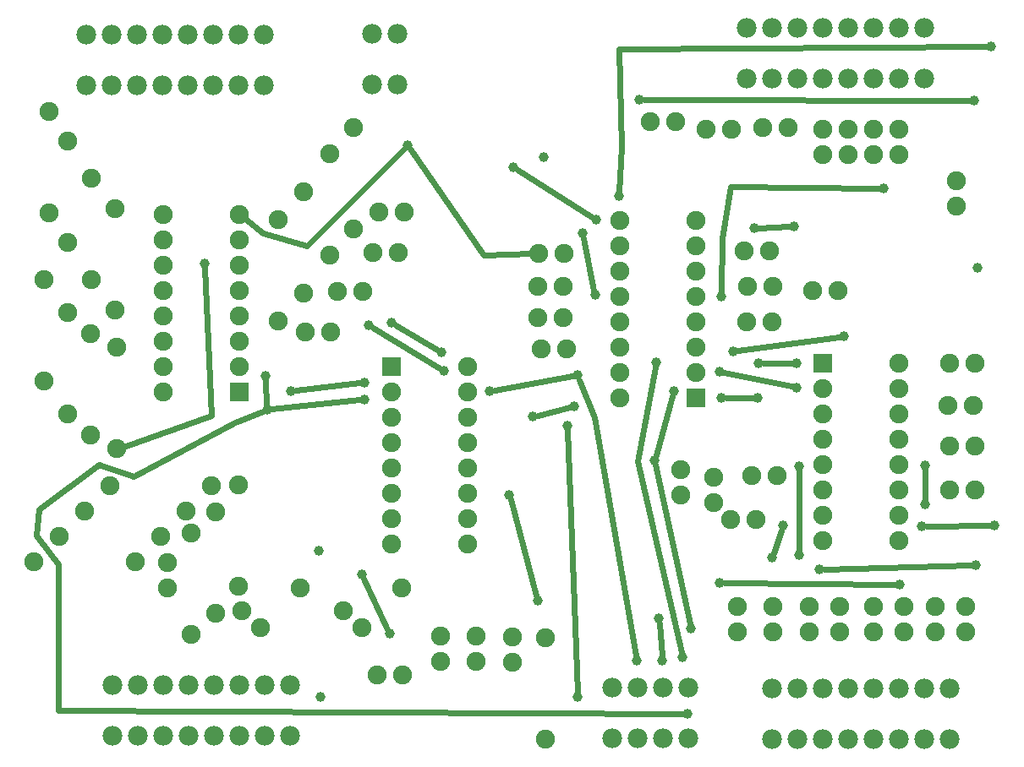
<source format=gtl>
G04 MADE WITH FRITZING*
G04 WWW.FRITZING.ORG*
G04 DOUBLE SIDED*
G04 HOLES PLATED*
G04 CONTOUR ON CENTER OF CONTOUR VECTOR*
%ASAXBY*%
%FSLAX23Y23*%
%MOIN*%
%OFA0B0*%
%SFA1.0B1.0*%
%ADD10C,0.039370*%
%ADD11C,0.075000*%
%ADD12C,0.078000*%
%ADD13R,0.075000X0.075000*%
%ADD14C,0.024000*%
%LNCOPPER1*%
G90*
G70*
G54D10*
X1197Y380D03*
X1190Y957D03*
X1360Y863D03*
X1470Y630D03*
X2285Y2263D03*
X1958Y2472D03*
X1389Y1847D03*
X1082Y1588D03*
X1371Y1621D03*
X1684Y1667D03*
X1675Y1739D03*
X1371Y1555D03*
X1479Y1856D03*
X1541Y2558D03*
X741Y2092D03*
X1942Y1178D03*
X2054Y760D03*
X2522Y1701D03*
X2591Y1586D03*
X2658Y652D03*
X2624Y538D03*
X2544Y524D03*
X2532Y690D03*
X2446Y524D03*
X2211Y1650D03*
X2515Y1315D03*
X2199Y1528D03*
X2034Y1488D03*
X1866Y1586D03*
X2644Y314D03*
X980Y1646D03*
X987Y1514D03*
X2171Y1452D03*
X2211Y381D03*
X2280Y1967D03*
X2778Y1962D03*
X2907Y2229D03*
X3063Y2237D03*
X3418Y2386D03*
X2232Y2209D03*
X3166Y885D03*
X2078Y2512D03*
X3774Y2735D03*
X3840Y2948D03*
X2373Y2356D03*
X2454Y2737D03*
X3787Y2075D03*
X3073Y1602D03*
X2770Y1664D03*
X3073Y1697D03*
X2823Y1744D03*
X2778Y1560D03*
X2921Y1560D03*
X2926Y1697D03*
X3260Y1805D03*
X3084Y1292D03*
X3580Y1295D03*
X3083Y940D03*
X3582Y1141D03*
X3781Y900D03*
X3021Y1056D03*
X2979Y930D03*
X3569Y1054D03*
X3855Y1058D03*
X3482Y824D03*
X2771Y829D03*
G54D11*
X1478Y1684D03*
X1778Y1684D03*
X1478Y1584D03*
X1778Y1584D03*
X1478Y1484D03*
X1778Y1484D03*
X1478Y1384D03*
X1778Y1384D03*
X1478Y1284D03*
X1778Y1284D03*
X1478Y1184D03*
X1778Y1184D03*
X1478Y1084D03*
X1778Y1084D03*
X1478Y984D03*
X1778Y984D03*
X3178Y1697D03*
X3478Y1697D03*
X3178Y1597D03*
X3478Y1597D03*
X3178Y1497D03*
X3478Y1497D03*
X3178Y1397D03*
X3478Y1397D03*
X3178Y1297D03*
X3478Y1297D03*
X3178Y1197D03*
X3478Y1197D03*
X3178Y1097D03*
X3478Y1097D03*
X3178Y997D03*
X3478Y997D03*
X2678Y1562D03*
X2378Y1562D03*
X2678Y1662D03*
X2378Y1662D03*
X2678Y1762D03*
X2378Y1762D03*
X2678Y1862D03*
X2378Y1862D03*
X2678Y1962D03*
X2378Y1962D03*
X2678Y2062D03*
X2378Y2062D03*
X2678Y2162D03*
X2378Y2162D03*
X2678Y2262D03*
X2378Y2262D03*
X878Y1584D03*
X578Y1584D03*
X878Y1684D03*
X578Y1684D03*
X878Y1784D03*
X578Y1784D03*
X878Y1884D03*
X578Y1884D03*
X878Y1984D03*
X578Y1984D03*
X878Y2084D03*
X578Y2084D03*
X878Y2184D03*
X578Y2184D03*
X878Y2284D03*
X578Y2284D03*
G54D12*
X2347Y216D03*
X2447Y216D03*
X2547Y216D03*
X2647Y216D03*
X2347Y416D03*
X2447Y416D03*
X2547Y416D03*
X2647Y416D03*
X1502Y2796D03*
X1402Y2796D03*
X1502Y2996D03*
X1402Y2996D03*
X378Y427D03*
X478Y427D03*
X578Y427D03*
X678Y427D03*
X778Y427D03*
X878Y427D03*
X978Y427D03*
X1078Y427D03*
X2978Y215D03*
X3078Y215D03*
X3178Y215D03*
X3278Y215D03*
X3378Y215D03*
X3478Y215D03*
X3578Y215D03*
X3678Y215D03*
X3578Y3020D03*
X3478Y3020D03*
X3378Y3020D03*
X3278Y3020D03*
X3178Y3020D03*
X3078Y3020D03*
X2978Y3020D03*
X2878Y3020D03*
X974Y2793D03*
X874Y2793D03*
X774Y2793D03*
X674Y2793D03*
X574Y2793D03*
X474Y2793D03*
X374Y2793D03*
X274Y2793D03*
X378Y227D03*
X478Y227D03*
X578Y227D03*
X678Y227D03*
X778Y227D03*
X878Y227D03*
X978Y227D03*
X1078Y227D03*
X2978Y415D03*
X3078Y415D03*
X3178Y415D03*
X3278Y415D03*
X3378Y415D03*
X3478Y415D03*
X3578Y415D03*
X3678Y415D03*
X3578Y2820D03*
X3478Y2820D03*
X3378Y2820D03*
X3278Y2820D03*
X3178Y2820D03*
X3078Y2820D03*
X2978Y2820D03*
X2878Y2820D03*
X974Y2993D03*
X874Y2993D03*
X774Y2993D03*
X674Y2993D03*
X574Y2993D03*
X474Y2993D03*
X374Y2993D03*
X274Y2993D03*
G54D11*
X2086Y214D03*
X2086Y614D03*
X960Y654D03*
X1360Y654D03*
X887Y722D03*
X1287Y722D03*
X68Y915D03*
X468Y915D03*
X168Y1015D03*
X568Y1015D03*
X368Y1215D03*
X768Y1215D03*
X1117Y811D03*
X1517Y811D03*
X268Y1115D03*
X668Y1115D03*
X3125Y636D03*
X3125Y736D03*
X3620Y636D03*
X3620Y736D03*
X3378Y636D03*
X3378Y736D03*
X2982Y636D03*
X2982Y736D03*
X3499Y636D03*
X3499Y736D03*
X3741Y636D03*
X3741Y736D03*
X2840Y636D03*
X2840Y736D03*
X3246Y636D03*
X3246Y736D03*
X3278Y2620D03*
X3278Y2520D03*
X3478Y2620D03*
X3478Y2520D03*
X3706Y2418D03*
X3706Y2318D03*
X3378Y2620D03*
X3378Y2520D03*
X3178Y2620D03*
X3178Y2520D03*
X3042Y2627D03*
X2942Y2627D03*
X2817Y2620D03*
X2717Y2620D03*
X2597Y2649D03*
X2497Y2649D03*
X1327Y2628D03*
X1327Y2228D03*
X1234Y2525D03*
X1234Y2125D03*
X1132Y2373D03*
X1132Y1973D03*
X1030Y2263D03*
X1030Y1863D03*
X389Y2307D03*
X389Y1907D03*
X296Y2427D03*
X296Y2027D03*
X202Y2575D03*
X202Y2175D03*
X127Y2692D03*
X127Y2292D03*
X783Y1111D03*
X783Y711D03*
X687Y1026D03*
X687Y626D03*
X594Y911D03*
X594Y811D03*
X1811Y621D03*
X1811Y521D03*
X1420Y468D03*
X1520Y468D03*
X1672Y621D03*
X1672Y521D03*
X876Y1218D03*
X876Y818D03*
X1955Y617D03*
X1955Y517D03*
X3678Y1369D03*
X3778Y1369D03*
X2747Y1247D03*
X2747Y1147D03*
X3671Y1532D03*
X3771Y1532D03*
X2618Y1278D03*
X2618Y1178D03*
X2998Y1254D03*
X2898Y1254D03*
X3678Y1696D03*
X3778Y1696D03*
X2914Y1082D03*
X2814Y1082D03*
X3678Y1197D03*
X3778Y1197D03*
X2869Y2140D03*
X2969Y2140D03*
X2156Y2000D03*
X2056Y2000D03*
X2167Y1753D03*
X2067Y1753D03*
X2878Y1862D03*
X2978Y1862D03*
X2880Y2002D03*
X2980Y2002D03*
X3237Y1983D03*
X3137Y1983D03*
X2153Y1878D03*
X2053Y1878D03*
X2159Y2132D03*
X2059Y2132D03*
X1264Y1982D03*
X1364Y1982D03*
X1429Y2294D03*
X1529Y2294D03*
X1404Y2133D03*
X1504Y2133D03*
X1138Y1820D03*
X1238Y1820D03*
X394Y1759D03*
X394Y1359D03*
X292Y1813D03*
X292Y1413D03*
X202Y1898D03*
X202Y1498D03*
X107Y2028D03*
X107Y1628D03*
G54D13*
X1478Y1684D03*
X3178Y1697D03*
X2678Y1562D03*
X878Y1584D03*
G54D14*
X862Y1465D02*
X970Y1507D01*
D02*
X2269Y2274D02*
X1974Y2462D01*
D02*
X1462Y647D02*
X1368Y846D01*
D02*
X767Y1491D02*
X742Y2073D01*
D02*
X421Y1368D02*
X767Y1491D01*
D02*
X1352Y1553D02*
X1006Y1516D01*
D02*
X1658Y1749D02*
X1495Y1846D01*
D02*
X1405Y1837D02*
X1667Y1676D01*
D02*
X1100Y1590D02*
X1352Y1619D01*
D02*
X1947Y1159D02*
X2049Y779D01*
D02*
X2620Y557D02*
X2448Y1310D01*
D02*
X2520Y1333D02*
X2586Y1568D01*
D02*
X2654Y671D02*
X2519Y1297D01*
D02*
X2448Y1310D02*
X2518Y1682D01*
D02*
X325Y1297D02*
X87Y1121D01*
D02*
X461Y1251D02*
X325Y1297D01*
D02*
X862Y1465D02*
X461Y1251D01*
D02*
X163Y904D02*
X163Y326D01*
D02*
X78Y1016D02*
X163Y904D01*
D02*
X87Y1121D02*
X78Y1016D01*
D02*
X986Y1533D02*
X981Y1627D01*
D02*
X163Y326D02*
X2625Y315D01*
D02*
X1885Y1590D02*
X2192Y1646D01*
D02*
X971Y2209D02*
X1145Y2160D01*
D02*
X1145Y2160D02*
X1527Y2545D01*
D02*
X1841Y2123D02*
X2031Y2131D01*
D02*
X1552Y2543D02*
X1841Y2123D01*
D02*
X900Y2266D02*
X971Y2209D01*
D02*
X2180Y1523D02*
X2053Y1492D01*
D02*
X2278Y1485D02*
X2218Y1632D01*
D02*
X2442Y543D02*
X2278Y1485D01*
D02*
X2543Y543D02*
X2533Y671D01*
D02*
X2210Y400D02*
X2171Y1433D01*
D02*
X2386Y2552D02*
X2374Y2938D01*
D02*
X2374Y2375D02*
X2386Y2552D01*
D02*
X2235Y2190D02*
X2276Y1985D01*
D02*
X3399Y2386D02*
X2816Y2393D01*
D02*
X2816Y2393D02*
X2780Y2189D01*
D02*
X2780Y2189D02*
X2778Y1981D01*
D02*
X2925Y2230D02*
X3044Y2236D01*
D02*
X3054Y1697D02*
X2945Y1697D01*
D02*
X3054Y1606D02*
X2788Y1660D01*
D02*
X2842Y1747D02*
X3241Y1802D01*
D02*
X2902Y1560D02*
X2797Y1560D01*
D02*
X2473Y2737D02*
X3755Y2735D01*
D02*
X2374Y2938D02*
X3821Y2948D01*
D02*
X3762Y899D02*
X3185Y885D01*
D02*
X3580Y1276D02*
X3582Y1160D01*
D02*
X3084Y1273D02*
X3083Y959D01*
D02*
X2790Y829D02*
X3463Y824D01*
D02*
X3588Y1054D02*
X3836Y1058D01*
D02*
X2985Y947D02*
X3015Y1038D01*
G04 End of Copper1*
M02*
</source>
